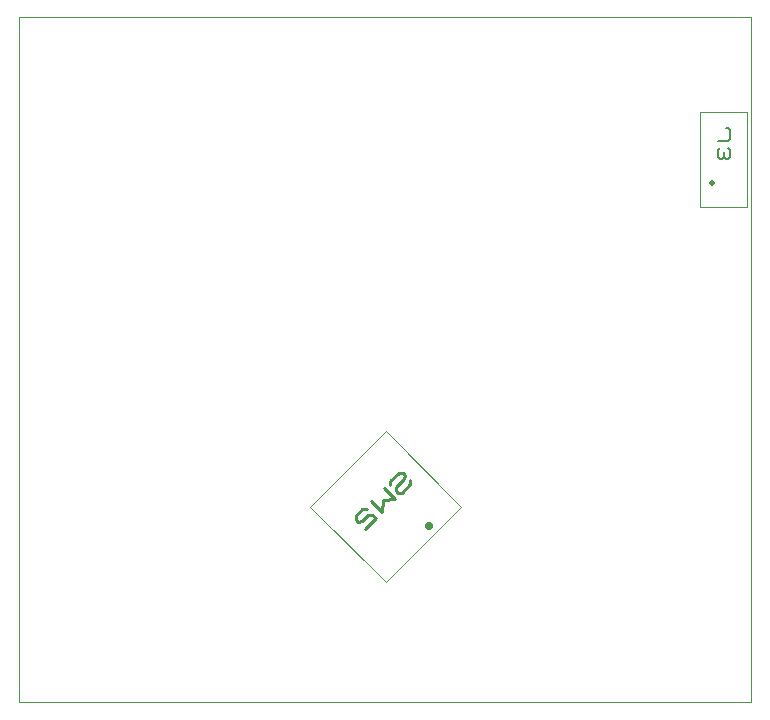
<source format=gbr>
G04 PROTEUS GERBER X2 FILE*
%TF.GenerationSoftware,Labcenter,Proteus,8.17-SP5-Build39395*%
%TF.CreationDate,2025-01-31T21:13:05+00:00*%
%TF.FileFunction,AssemblyDrawing,Bot*%
%TF.FilePolarity,Positive*%
%TF.Part,Single*%
%TF.SameCoordinates,{25d9a88a-2623-41a1-bce1-36a6f26497cc}*%
%FSLAX45Y45*%
%MOMM*%
G01*
%TA.AperFunction,Material*%
%ADD52C,0.101600*%
%ADD178C,0.718420*%
%ADD179C,0.227260*%
%TA.AperFunction,Profile*%
%ADD46C,0.101600*%
%TA.AperFunction,Material*%
%ADD159C,0.540000*%
%ADD180C,0.169320*%
%TD.AperFunction*%
D52*
X+3105000Y+1016907D02*
X+2466907Y+1655000D01*
X+3105000Y+2293093D01*
X+3743093Y+1655000D01*
X+3105000Y+1016907D01*
D178*
X+3472695Y+1492366D02*
X+3472695Y+1492366D01*
D179*
X+3314443Y+1879445D02*
X+3312435Y+1845296D01*
X+3240121Y+1772981D01*
X+3205972Y+1770973D01*
X+3189902Y+1787043D01*
X+3191910Y+1821192D01*
X+3264224Y+1893506D01*
X+3266233Y+1927655D01*
X+3250164Y+1943724D01*
X+3216015Y+1941716D01*
X+3143700Y+1869402D01*
X+3141692Y+1835253D01*
X+3089464Y+1815166D02*
X+3185885Y+1718745D01*
X+3083438Y+1712720D01*
X+3077413Y+1610274D01*
X+2980993Y+1706694D01*
X+2942826Y+1636387D02*
X+2908677Y+1634379D01*
X+2854441Y+1580143D01*
X+2852433Y+1545994D01*
X+2868503Y+1529924D01*
X+2902651Y+1531933D01*
X+2956887Y+1586169D01*
X+2991036Y+1588177D01*
X+3023176Y+1556037D01*
X+2932783Y+1465644D01*
D46*
X+0Y+0D02*
X+6200000Y+0D01*
X+6200000Y+5800000D01*
X+0Y+5800000D01*
X+0Y+0D01*
D52*
X+5770000Y+4194920D02*
X+6165080Y+4194920D01*
X+6165080Y+4997500D01*
X+5770000Y+4997500D01*
X+5770000Y+4194920D01*
D159*
X+5870000Y+4400000D02*
X+5870000Y+4400000D01*
D180*
X+5984473Y+4864641D02*
X+6001405Y+4864641D01*
X+6018338Y+4845593D01*
X+6018338Y+4769397D01*
X+6001405Y+4750348D01*
X+5916743Y+4750348D01*
X+5933676Y+4693202D02*
X+5916743Y+4674153D01*
X+5916743Y+4617006D01*
X+5933676Y+4597957D01*
X+5950608Y+4597957D01*
X+5967540Y+4617006D01*
X+5984473Y+4597957D01*
X+6001405Y+4597957D01*
X+6018338Y+4617006D01*
X+6018338Y+4674153D01*
X+6001405Y+4693202D01*
X+5967540Y+4655104D02*
X+5967540Y+4617006D01*
M02*

</source>
